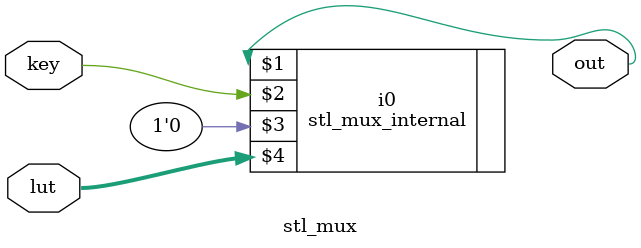
<source format=sv>
`include "config.sv"
module stl_mux #(
	NR_KEY = 2,
	KEY_LEN = 1,
	DATA_LEN = 1
) (
	output [DATA_LEN-1:0] out,
	input [KEY_LEN-1:0] key,
	input [NR_KEY*(KEY_LEN + DATA_LEN)-1:0] lut
);

	stl_mux_internal #(NR_KEY, KEY_LEN, DATA_LEN, 0) i0 (out, key, {DATA_LEN{1'b0}}, lut);

endmodule

</source>
